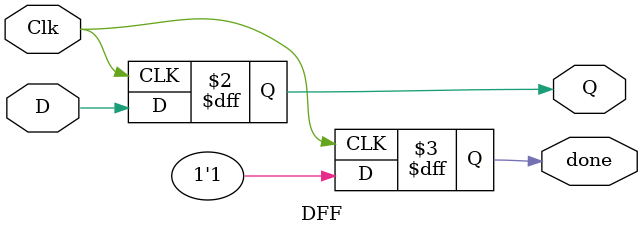
<source format=v>
module DFF(D,Clk,Q,done);

    input D,Clk;
    output reg Q,done;

    always @ (posedge Clk)
    begin
        done=0;
        Q=D;
        done=1;
    end

endmodule
</source>
